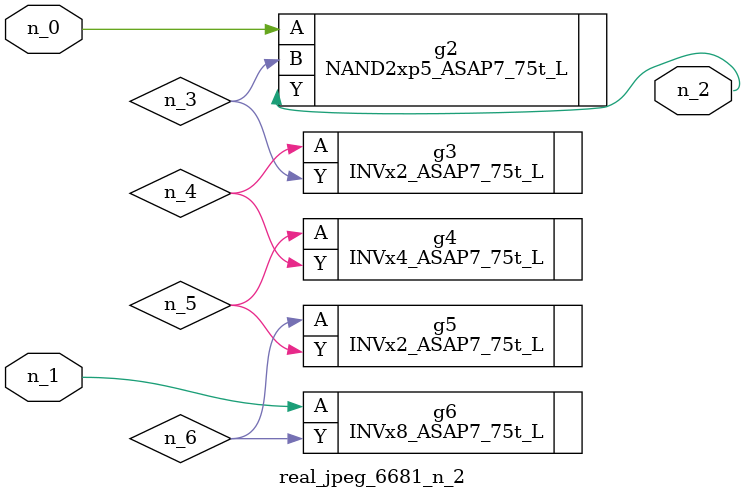
<source format=v>
module real_jpeg_6681_n_2 (n_1, n_0, n_2);

input n_1;
input n_0;

output n_2;

wire n_5;
wire n_4;
wire n_6;
wire n_3;

NAND2xp5_ASAP7_75t_L g2 ( 
.A(n_0),
.B(n_3),
.Y(n_2)
);

INVx8_ASAP7_75t_L g6 ( 
.A(n_1),
.Y(n_6)
);

INVx2_ASAP7_75t_L g3 ( 
.A(n_4),
.Y(n_3)
);

INVx4_ASAP7_75t_L g4 ( 
.A(n_5),
.Y(n_4)
);

INVx2_ASAP7_75t_L g5 ( 
.A(n_6),
.Y(n_5)
);


endmodule
</source>
